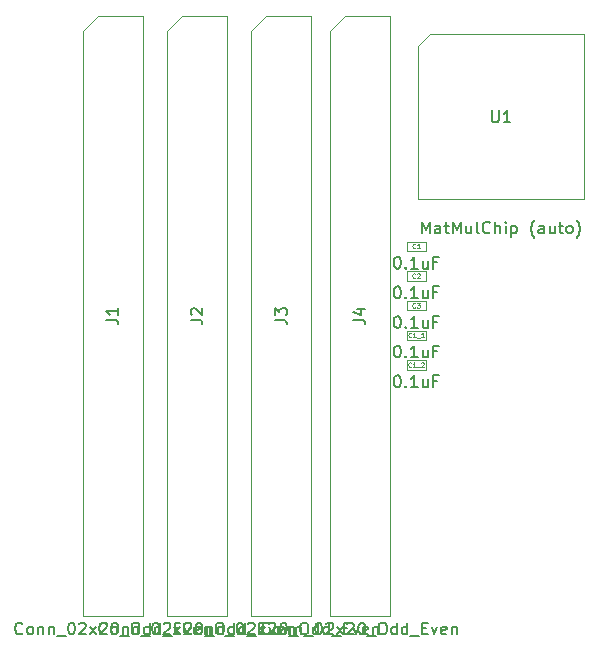
<source format=gbr>
%TF.GenerationSoftware,KiCad,Pcbnew,9.0.3*%
%TF.CreationDate,2025-08-17T12:54:53+10:00*%
%TF.ProjectId,auto,6175746f-2e6b-4696-9361-645f70636258,rev?*%
%TF.SameCoordinates,Original*%
%TF.FileFunction,AssemblyDrawing,Top*%
%FSLAX46Y46*%
G04 Gerber Fmt 4.6, Leading zero omitted, Abs format (unit mm)*
G04 Created by KiCad (PCBNEW 9.0.3) date 2025-08-17 12:54:53*
%MOMM*%
%LPD*%
G01*
G04 APERTURE LIST*
%ADD10C,0.150000*%
%ADD11C,0.060000*%
%ADD12C,0.100000*%
G04 APERTURE END LIST*
D10*
X132087141Y-97239580D02*
X132039522Y-97287200D01*
X132039522Y-97287200D02*
X131896665Y-97334819D01*
X131896665Y-97334819D02*
X131801427Y-97334819D01*
X131801427Y-97334819D02*
X131658570Y-97287200D01*
X131658570Y-97287200D02*
X131563332Y-97191961D01*
X131563332Y-97191961D02*
X131515713Y-97096723D01*
X131515713Y-97096723D02*
X131468094Y-96906247D01*
X131468094Y-96906247D02*
X131468094Y-96763390D01*
X131468094Y-96763390D02*
X131515713Y-96572914D01*
X131515713Y-96572914D02*
X131563332Y-96477676D01*
X131563332Y-96477676D02*
X131658570Y-96382438D01*
X131658570Y-96382438D02*
X131801427Y-96334819D01*
X131801427Y-96334819D02*
X131896665Y-96334819D01*
X131896665Y-96334819D02*
X132039522Y-96382438D01*
X132039522Y-96382438D02*
X132087141Y-96430057D01*
X132658570Y-97334819D02*
X132563332Y-97287200D01*
X132563332Y-97287200D02*
X132515713Y-97239580D01*
X132515713Y-97239580D02*
X132468094Y-97144342D01*
X132468094Y-97144342D02*
X132468094Y-96858628D01*
X132468094Y-96858628D02*
X132515713Y-96763390D01*
X132515713Y-96763390D02*
X132563332Y-96715771D01*
X132563332Y-96715771D02*
X132658570Y-96668152D01*
X132658570Y-96668152D02*
X132801427Y-96668152D01*
X132801427Y-96668152D02*
X132896665Y-96715771D01*
X132896665Y-96715771D02*
X132944284Y-96763390D01*
X132944284Y-96763390D02*
X132991903Y-96858628D01*
X132991903Y-96858628D02*
X132991903Y-97144342D01*
X132991903Y-97144342D02*
X132944284Y-97239580D01*
X132944284Y-97239580D02*
X132896665Y-97287200D01*
X132896665Y-97287200D02*
X132801427Y-97334819D01*
X132801427Y-97334819D02*
X132658570Y-97334819D01*
X133420475Y-96668152D02*
X133420475Y-97334819D01*
X133420475Y-96763390D02*
X133468094Y-96715771D01*
X133468094Y-96715771D02*
X133563332Y-96668152D01*
X133563332Y-96668152D02*
X133706189Y-96668152D01*
X133706189Y-96668152D02*
X133801427Y-96715771D01*
X133801427Y-96715771D02*
X133849046Y-96811009D01*
X133849046Y-96811009D02*
X133849046Y-97334819D01*
X134325237Y-96668152D02*
X134325237Y-97334819D01*
X134325237Y-96763390D02*
X134372856Y-96715771D01*
X134372856Y-96715771D02*
X134468094Y-96668152D01*
X134468094Y-96668152D02*
X134610951Y-96668152D01*
X134610951Y-96668152D02*
X134706189Y-96715771D01*
X134706189Y-96715771D02*
X134753808Y-96811009D01*
X134753808Y-96811009D02*
X134753808Y-97334819D01*
X134991904Y-97430057D02*
X135753808Y-97430057D01*
X136182380Y-96334819D02*
X136277618Y-96334819D01*
X136277618Y-96334819D02*
X136372856Y-96382438D01*
X136372856Y-96382438D02*
X136420475Y-96430057D01*
X136420475Y-96430057D02*
X136468094Y-96525295D01*
X136468094Y-96525295D02*
X136515713Y-96715771D01*
X136515713Y-96715771D02*
X136515713Y-96953866D01*
X136515713Y-96953866D02*
X136468094Y-97144342D01*
X136468094Y-97144342D02*
X136420475Y-97239580D01*
X136420475Y-97239580D02*
X136372856Y-97287200D01*
X136372856Y-97287200D02*
X136277618Y-97334819D01*
X136277618Y-97334819D02*
X136182380Y-97334819D01*
X136182380Y-97334819D02*
X136087142Y-97287200D01*
X136087142Y-97287200D02*
X136039523Y-97239580D01*
X136039523Y-97239580D02*
X135991904Y-97144342D01*
X135991904Y-97144342D02*
X135944285Y-96953866D01*
X135944285Y-96953866D02*
X135944285Y-96715771D01*
X135944285Y-96715771D02*
X135991904Y-96525295D01*
X135991904Y-96525295D02*
X136039523Y-96430057D01*
X136039523Y-96430057D02*
X136087142Y-96382438D01*
X136087142Y-96382438D02*
X136182380Y-96334819D01*
X136896666Y-96430057D02*
X136944285Y-96382438D01*
X136944285Y-96382438D02*
X137039523Y-96334819D01*
X137039523Y-96334819D02*
X137277618Y-96334819D01*
X137277618Y-96334819D02*
X137372856Y-96382438D01*
X137372856Y-96382438D02*
X137420475Y-96430057D01*
X137420475Y-96430057D02*
X137468094Y-96525295D01*
X137468094Y-96525295D02*
X137468094Y-96620533D01*
X137468094Y-96620533D02*
X137420475Y-96763390D01*
X137420475Y-96763390D02*
X136849047Y-97334819D01*
X136849047Y-97334819D02*
X137468094Y-97334819D01*
X137801428Y-97334819D02*
X138325237Y-96668152D01*
X137801428Y-96668152D02*
X138325237Y-97334819D01*
X138658571Y-96430057D02*
X138706190Y-96382438D01*
X138706190Y-96382438D02*
X138801428Y-96334819D01*
X138801428Y-96334819D02*
X139039523Y-96334819D01*
X139039523Y-96334819D02*
X139134761Y-96382438D01*
X139134761Y-96382438D02*
X139182380Y-96430057D01*
X139182380Y-96430057D02*
X139229999Y-96525295D01*
X139229999Y-96525295D02*
X139229999Y-96620533D01*
X139229999Y-96620533D02*
X139182380Y-96763390D01*
X139182380Y-96763390D02*
X138610952Y-97334819D01*
X138610952Y-97334819D02*
X139229999Y-97334819D01*
X139849047Y-96334819D02*
X139944285Y-96334819D01*
X139944285Y-96334819D02*
X140039523Y-96382438D01*
X140039523Y-96382438D02*
X140087142Y-96430057D01*
X140087142Y-96430057D02*
X140134761Y-96525295D01*
X140134761Y-96525295D02*
X140182380Y-96715771D01*
X140182380Y-96715771D02*
X140182380Y-96953866D01*
X140182380Y-96953866D02*
X140134761Y-97144342D01*
X140134761Y-97144342D02*
X140087142Y-97239580D01*
X140087142Y-97239580D02*
X140039523Y-97287200D01*
X140039523Y-97287200D02*
X139944285Y-97334819D01*
X139944285Y-97334819D02*
X139849047Y-97334819D01*
X139849047Y-97334819D02*
X139753809Y-97287200D01*
X139753809Y-97287200D02*
X139706190Y-97239580D01*
X139706190Y-97239580D02*
X139658571Y-97144342D01*
X139658571Y-97144342D02*
X139610952Y-96953866D01*
X139610952Y-96953866D02*
X139610952Y-96715771D01*
X139610952Y-96715771D02*
X139658571Y-96525295D01*
X139658571Y-96525295D02*
X139706190Y-96430057D01*
X139706190Y-96430057D02*
X139753809Y-96382438D01*
X139753809Y-96382438D02*
X139849047Y-96334819D01*
X140372857Y-97430057D02*
X141134761Y-97430057D01*
X141563333Y-96334819D02*
X141753809Y-96334819D01*
X141753809Y-96334819D02*
X141849047Y-96382438D01*
X141849047Y-96382438D02*
X141944285Y-96477676D01*
X141944285Y-96477676D02*
X141991904Y-96668152D01*
X141991904Y-96668152D02*
X141991904Y-97001485D01*
X141991904Y-97001485D02*
X141944285Y-97191961D01*
X141944285Y-97191961D02*
X141849047Y-97287200D01*
X141849047Y-97287200D02*
X141753809Y-97334819D01*
X141753809Y-97334819D02*
X141563333Y-97334819D01*
X141563333Y-97334819D02*
X141468095Y-97287200D01*
X141468095Y-97287200D02*
X141372857Y-97191961D01*
X141372857Y-97191961D02*
X141325238Y-97001485D01*
X141325238Y-97001485D02*
X141325238Y-96668152D01*
X141325238Y-96668152D02*
X141372857Y-96477676D01*
X141372857Y-96477676D02*
X141468095Y-96382438D01*
X141468095Y-96382438D02*
X141563333Y-96334819D01*
X142849047Y-97334819D02*
X142849047Y-96334819D01*
X142849047Y-97287200D02*
X142753809Y-97334819D01*
X142753809Y-97334819D02*
X142563333Y-97334819D01*
X142563333Y-97334819D02*
X142468095Y-97287200D01*
X142468095Y-97287200D02*
X142420476Y-97239580D01*
X142420476Y-97239580D02*
X142372857Y-97144342D01*
X142372857Y-97144342D02*
X142372857Y-96858628D01*
X142372857Y-96858628D02*
X142420476Y-96763390D01*
X142420476Y-96763390D02*
X142468095Y-96715771D01*
X142468095Y-96715771D02*
X142563333Y-96668152D01*
X142563333Y-96668152D02*
X142753809Y-96668152D01*
X142753809Y-96668152D02*
X142849047Y-96715771D01*
X143753809Y-97334819D02*
X143753809Y-96334819D01*
X143753809Y-97287200D02*
X143658571Y-97334819D01*
X143658571Y-97334819D02*
X143468095Y-97334819D01*
X143468095Y-97334819D02*
X143372857Y-97287200D01*
X143372857Y-97287200D02*
X143325238Y-97239580D01*
X143325238Y-97239580D02*
X143277619Y-97144342D01*
X143277619Y-97144342D02*
X143277619Y-96858628D01*
X143277619Y-96858628D02*
X143325238Y-96763390D01*
X143325238Y-96763390D02*
X143372857Y-96715771D01*
X143372857Y-96715771D02*
X143468095Y-96668152D01*
X143468095Y-96668152D02*
X143658571Y-96668152D01*
X143658571Y-96668152D02*
X143753809Y-96715771D01*
X143991905Y-97430057D02*
X144753809Y-97430057D01*
X144991905Y-96811009D02*
X145325238Y-96811009D01*
X145468095Y-97334819D02*
X144991905Y-97334819D01*
X144991905Y-97334819D02*
X144991905Y-96334819D01*
X144991905Y-96334819D02*
X145468095Y-96334819D01*
X145801429Y-96668152D02*
X146039524Y-97334819D01*
X146039524Y-97334819D02*
X146277619Y-96668152D01*
X147039524Y-97287200D02*
X146944286Y-97334819D01*
X146944286Y-97334819D02*
X146753810Y-97334819D01*
X146753810Y-97334819D02*
X146658572Y-97287200D01*
X146658572Y-97287200D02*
X146610953Y-97191961D01*
X146610953Y-97191961D02*
X146610953Y-96811009D01*
X146610953Y-96811009D02*
X146658572Y-96715771D01*
X146658572Y-96715771D02*
X146753810Y-96668152D01*
X146753810Y-96668152D02*
X146944286Y-96668152D01*
X146944286Y-96668152D02*
X147039524Y-96715771D01*
X147039524Y-96715771D02*
X147087143Y-96811009D01*
X147087143Y-96811009D02*
X147087143Y-96906247D01*
X147087143Y-96906247D02*
X146610953Y-97001485D01*
X147515715Y-96668152D02*
X147515715Y-97334819D01*
X147515715Y-96763390D02*
X147563334Y-96715771D01*
X147563334Y-96715771D02*
X147658572Y-96668152D01*
X147658572Y-96668152D02*
X147801429Y-96668152D01*
X147801429Y-96668152D02*
X147896667Y-96715771D01*
X147896667Y-96715771D02*
X147944286Y-96811009D01*
X147944286Y-96811009D02*
X147944286Y-97334819D01*
X139184819Y-70703333D02*
X139899104Y-70703333D01*
X139899104Y-70703333D02*
X140041961Y-70750952D01*
X140041961Y-70750952D02*
X140137200Y-70846190D01*
X140137200Y-70846190D02*
X140184819Y-70989047D01*
X140184819Y-70989047D02*
X140184819Y-71084285D01*
X139518152Y-69798571D02*
X140184819Y-69798571D01*
X139137200Y-70036666D02*
X139851485Y-70274761D01*
X139851485Y-70274761D02*
X139851485Y-69655714D01*
X111167141Y-97239580D02*
X111119522Y-97287200D01*
X111119522Y-97287200D02*
X110976665Y-97334819D01*
X110976665Y-97334819D02*
X110881427Y-97334819D01*
X110881427Y-97334819D02*
X110738570Y-97287200D01*
X110738570Y-97287200D02*
X110643332Y-97191961D01*
X110643332Y-97191961D02*
X110595713Y-97096723D01*
X110595713Y-97096723D02*
X110548094Y-96906247D01*
X110548094Y-96906247D02*
X110548094Y-96763390D01*
X110548094Y-96763390D02*
X110595713Y-96572914D01*
X110595713Y-96572914D02*
X110643332Y-96477676D01*
X110643332Y-96477676D02*
X110738570Y-96382438D01*
X110738570Y-96382438D02*
X110881427Y-96334819D01*
X110881427Y-96334819D02*
X110976665Y-96334819D01*
X110976665Y-96334819D02*
X111119522Y-96382438D01*
X111119522Y-96382438D02*
X111167141Y-96430057D01*
X111738570Y-97334819D02*
X111643332Y-97287200D01*
X111643332Y-97287200D02*
X111595713Y-97239580D01*
X111595713Y-97239580D02*
X111548094Y-97144342D01*
X111548094Y-97144342D02*
X111548094Y-96858628D01*
X111548094Y-96858628D02*
X111595713Y-96763390D01*
X111595713Y-96763390D02*
X111643332Y-96715771D01*
X111643332Y-96715771D02*
X111738570Y-96668152D01*
X111738570Y-96668152D02*
X111881427Y-96668152D01*
X111881427Y-96668152D02*
X111976665Y-96715771D01*
X111976665Y-96715771D02*
X112024284Y-96763390D01*
X112024284Y-96763390D02*
X112071903Y-96858628D01*
X112071903Y-96858628D02*
X112071903Y-97144342D01*
X112071903Y-97144342D02*
X112024284Y-97239580D01*
X112024284Y-97239580D02*
X111976665Y-97287200D01*
X111976665Y-97287200D02*
X111881427Y-97334819D01*
X111881427Y-97334819D02*
X111738570Y-97334819D01*
X112500475Y-96668152D02*
X112500475Y-97334819D01*
X112500475Y-96763390D02*
X112548094Y-96715771D01*
X112548094Y-96715771D02*
X112643332Y-96668152D01*
X112643332Y-96668152D02*
X112786189Y-96668152D01*
X112786189Y-96668152D02*
X112881427Y-96715771D01*
X112881427Y-96715771D02*
X112929046Y-96811009D01*
X112929046Y-96811009D02*
X112929046Y-97334819D01*
X113405237Y-96668152D02*
X113405237Y-97334819D01*
X113405237Y-96763390D02*
X113452856Y-96715771D01*
X113452856Y-96715771D02*
X113548094Y-96668152D01*
X113548094Y-96668152D02*
X113690951Y-96668152D01*
X113690951Y-96668152D02*
X113786189Y-96715771D01*
X113786189Y-96715771D02*
X113833808Y-96811009D01*
X113833808Y-96811009D02*
X113833808Y-97334819D01*
X114071904Y-97430057D02*
X114833808Y-97430057D01*
X115262380Y-96334819D02*
X115357618Y-96334819D01*
X115357618Y-96334819D02*
X115452856Y-96382438D01*
X115452856Y-96382438D02*
X115500475Y-96430057D01*
X115500475Y-96430057D02*
X115548094Y-96525295D01*
X115548094Y-96525295D02*
X115595713Y-96715771D01*
X115595713Y-96715771D02*
X115595713Y-96953866D01*
X115595713Y-96953866D02*
X115548094Y-97144342D01*
X115548094Y-97144342D02*
X115500475Y-97239580D01*
X115500475Y-97239580D02*
X115452856Y-97287200D01*
X115452856Y-97287200D02*
X115357618Y-97334819D01*
X115357618Y-97334819D02*
X115262380Y-97334819D01*
X115262380Y-97334819D02*
X115167142Y-97287200D01*
X115167142Y-97287200D02*
X115119523Y-97239580D01*
X115119523Y-97239580D02*
X115071904Y-97144342D01*
X115071904Y-97144342D02*
X115024285Y-96953866D01*
X115024285Y-96953866D02*
X115024285Y-96715771D01*
X115024285Y-96715771D02*
X115071904Y-96525295D01*
X115071904Y-96525295D02*
X115119523Y-96430057D01*
X115119523Y-96430057D02*
X115167142Y-96382438D01*
X115167142Y-96382438D02*
X115262380Y-96334819D01*
X115976666Y-96430057D02*
X116024285Y-96382438D01*
X116024285Y-96382438D02*
X116119523Y-96334819D01*
X116119523Y-96334819D02*
X116357618Y-96334819D01*
X116357618Y-96334819D02*
X116452856Y-96382438D01*
X116452856Y-96382438D02*
X116500475Y-96430057D01*
X116500475Y-96430057D02*
X116548094Y-96525295D01*
X116548094Y-96525295D02*
X116548094Y-96620533D01*
X116548094Y-96620533D02*
X116500475Y-96763390D01*
X116500475Y-96763390D02*
X115929047Y-97334819D01*
X115929047Y-97334819D02*
X116548094Y-97334819D01*
X116881428Y-97334819D02*
X117405237Y-96668152D01*
X116881428Y-96668152D02*
X117405237Y-97334819D01*
X117738571Y-96430057D02*
X117786190Y-96382438D01*
X117786190Y-96382438D02*
X117881428Y-96334819D01*
X117881428Y-96334819D02*
X118119523Y-96334819D01*
X118119523Y-96334819D02*
X118214761Y-96382438D01*
X118214761Y-96382438D02*
X118262380Y-96430057D01*
X118262380Y-96430057D02*
X118309999Y-96525295D01*
X118309999Y-96525295D02*
X118309999Y-96620533D01*
X118309999Y-96620533D02*
X118262380Y-96763390D01*
X118262380Y-96763390D02*
X117690952Y-97334819D01*
X117690952Y-97334819D02*
X118309999Y-97334819D01*
X118929047Y-96334819D02*
X119024285Y-96334819D01*
X119024285Y-96334819D02*
X119119523Y-96382438D01*
X119119523Y-96382438D02*
X119167142Y-96430057D01*
X119167142Y-96430057D02*
X119214761Y-96525295D01*
X119214761Y-96525295D02*
X119262380Y-96715771D01*
X119262380Y-96715771D02*
X119262380Y-96953866D01*
X119262380Y-96953866D02*
X119214761Y-97144342D01*
X119214761Y-97144342D02*
X119167142Y-97239580D01*
X119167142Y-97239580D02*
X119119523Y-97287200D01*
X119119523Y-97287200D02*
X119024285Y-97334819D01*
X119024285Y-97334819D02*
X118929047Y-97334819D01*
X118929047Y-97334819D02*
X118833809Y-97287200D01*
X118833809Y-97287200D02*
X118786190Y-97239580D01*
X118786190Y-97239580D02*
X118738571Y-97144342D01*
X118738571Y-97144342D02*
X118690952Y-96953866D01*
X118690952Y-96953866D02*
X118690952Y-96715771D01*
X118690952Y-96715771D02*
X118738571Y-96525295D01*
X118738571Y-96525295D02*
X118786190Y-96430057D01*
X118786190Y-96430057D02*
X118833809Y-96382438D01*
X118833809Y-96382438D02*
X118929047Y-96334819D01*
X119452857Y-97430057D02*
X120214761Y-97430057D01*
X120643333Y-96334819D02*
X120833809Y-96334819D01*
X120833809Y-96334819D02*
X120929047Y-96382438D01*
X120929047Y-96382438D02*
X121024285Y-96477676D01*
X121024285Y-96477676D02*
X121071904Y-96668152D01*
X121071904Y-96668152D02*
X121071904Y-97001485D01*
X121071904Y-97001485D02*
X121024285Y-97191961D01*
X121024285Y-97191961D02*
X120929047Y-97287200D01*
X120929047Y-97287200D02*
X120833809Y-97334819D01*
X120833809Y-97334819D02*
X120643333Y-97334819D01*
X120643333Y-97334819D02*
X120548095Y-97287200D01*
X120548095Y-97287200D02*
X120452857Y-97191961D01*
X120452857Y-97191961D02*
X120405238Y-97001485D01*
X120405238Y-97001485D02*
X120405238Y-96668152D01*
X120405238Y-96668152D02*
X120452857Y-96477676D01*
X120452857Y-96477676D02*
X120548095Y-96382438D01*
X120548095Y-96382438D02*
X120643333Y-96334819D01*
X121929047Y-97334819D02*
X121929047Y-96334819D01*
X121929047Y-97287200D02*
X121833809Y-97334819D01*
X121833809Y-97334819D02*
X121643333Y-97334819D01*
X121643333Y-97334819D02*
X121548095Y-97287200D01*
X121548095Y-97287200D02*
X121500476Y-97239580D01*
X121500476Y-97239580D02*
X121452857Y-97144342D01*
X121452857Y-97144342D02*
X121452857Y-96858628D01*
X121452857Y-96858628D02*
X121500476Y-96763390D01*
X121500476Y-96763390D02*
X121548095Y-96715771D01*
X121548095Y-96715771D02*
X121643333Y-96668152D01*
X121643333Y-96668152D02*
X121833809Y-96668152D01*
X121833809Y-96668152D02*
X121929047Y-96715771D01*
X122833809Y-97334819D02*
X122833809Y-96334819D01*
X122833809Y-97287200D02*
X122738571Y-97334819D01*
X122738571Y-97334819D02*
X122548095Y-97334819D01*
X122548095Y-97334819D02*
X122452857Y-97287200D01*
X122452857Y-97287200D02*
X122405238Y-97239580D01*
X122405238Y-97239580D02*
X122357619Y-97144342D01*
X122357619Y-97144342D02*
X122357619Y-96858628D01*
X122357619Y-96858628D02*
X122405238Y-96763390D01*
X122405238Y-96763390D02*
X122452857Y-96715771D01*
X122452857Y-96715771D02*
X122548095Y-96668152D01*
X122548095Y-96668152D02*
X122738571Y-96668152D01*
X122738571Y-96668152D02*
X122833809Y-96715771D01*
X123071905Y-97430057D02*
X123833809Y-97430057D01*
X124071905Y-96811009D02*
X124405238Y-96811009D01*
X124548095Y-97334819D02*
X124071905Y-97334819D01*
X124071905Y-97334819D02*
X124071905Y-96334819D01*
X124071905Y-96334819D02*
X124548095Y-96334819D01*
X124881429Y-96668152D02*
X125119524Y-97334819D01*
X125119524Y-97334819D02*
X125357619Y-96668152D01*
X126119524Y-97287200D02*
X126024286Y-97334819D01*
X126024286Y-97334819D02*
X125833810Y-97334819D01*
X125833810Y-97334819D02*
X125738572Y-97287200D01*
X125738572Y-97287200D02*
X125690953Y-97191961D01*
X125690953Y-97191961D02*
X125690953Y-96811009D01*
X125690953Y-96811009D02*
X125738572Y-96715771D01*
X125738572Y-96715771D02*
X125833810Y-96668152D01*
X125833810Y-96668152D02*
X126024286Y-96668152D01*
X126024286Y-96668152D02*
X126119524Y-96715771D01*
X126119524Y-96715771D02*
X126167143Y-96811009D01*
X126167143Y-96811009D02*
X126167143Y-96906247D01*
X126167143Y-96906247D02*
X125690953Y-97001485D01*
X126595715Y-96668152D02*
X126595715Y-97334819D01*
X126595715Y-96763390D02*
X126643334Y-96715771D01*
X126643334Y-96715771D02*
X126738572Y-96668152D01*
X126738572Y-96668152D02*
X126881429Y-96668152D01*
X126881429Y-96668152D02*
X126976667Y-96715771D01*
X126976667Y-96715771D02*
X127024286Y-96811009D01*
X127024286Y-96811009D02*
X127024286Y-97334819D01*
X118264819Y-70703333D02*
X118979104Y-70703333D01*
X118979104Y-70703333D02*
X119121961Y-70750952D01*
X119121961Y-70750952D02*
X119217200Y-70846190D01*
X119217200Y-70846190D02*
X119264819Y-70989047D01*
X119264819Y-70989047D02*
X119264819Y-71084285D01*
X119264819Y-69703333D02*
X119264819Y-70274761D01*
X119264819Y-69989047D02*
X118264819Y-69989047D01*
X118264819Y-69989047D02*
X118407676Y-70084285D01*
X118407676Y-70084285D02*
X118502914Y-70179523D01*
X118502914Y-70179523D02*
X118550533Y-70274761D01*
X142857143Y-67864819D02*
X142952381Y-67864819D01*
X142952381Y-67864819D02*
X143047619Y-67912438D01*
X143047619Y-67912438D02*
X143095238Y-67960057D01*
X143095238Y-67960057D02*
X143142857Y-68055295D01*
X143142857Y-68055295D02*
X143190476Y-68245771D01*
X143190476Y-68245771D02*
X143190476Y-68483866D01*
X143190476Y-68483866D02*
X143142857Y-68674342D01*
X143142857Y-68674342D02*
X143095238Y-68769580D01*
X143095238Y-68769580D02*
X143047619Y-68817200D01*
X143047619Y-68817200D02*
X142952381Y-68864819D01*
X142952381Y-68864819D02*
X142857143Y-68864819D01*
X142857143Y-68864819D02*
X142761905Y-68817200D01*
X142761905Y-68817200D02*
X142714286Y-68769580D01*
X142714286Y-68769580D02*
X142666667Y-68674342D01*
X142666667Y-68674342D02*
X142619048Y-68483866D01*
X142619048Y-68483866D02*
X142619048Y-68245771D01*
X142619048Y-68245771D02*
X142666667Y-68055295D01*
X142666667Y-68055295D02*
X142714286Y-67960057D01*
X142714286Y-67960057D02*
X142761905Y-67912438D01*
X142761905Y-67912438D02*
X142857143Y-67864819D01*
X143619048Y-68769580D02*
X143666667Y-68817200D01*
X143666667Y-68817200D02*
X143619048Y-68864819D01*
X143619048Y-68864819D02*
X143571429Y-68817200D01*
X143571429Y-68817200D02*
X143619048Y-68769580D01*
X143619048Y-68769580D02*
X143619048Y-68864819D01*
X144619047Y-68864819D02*
X144047619Y-68864819D01*
X144333333Y-68864819D02*
X144333333Y-67864819D01*
X144333333Y-67864819D02*
X144238095Y-68007676D01*
X144238095Y-68007676D02*
X144142857Y-68102914D01*
X144142857Y-68102914D02*
X144047619Y-68150533D01*
X145476190Y-68198152D02*
X145476190Y-68864819D01*
X145047619Y-68198152D02*
X145047619Y-68721961D01*
X145047619Y-68721961D02*
X145095238Y-68817200D01*
X145095238Y-68817200D02*
X145190476Y-68864819D01*
X145190476Y-68864819D02*
X145333333Y-68864819D01*
X145333333Y-68864819D02*
X145428571Y-68817200D01*
X145428571Y-68817200D02*
X145476190Y-68769580D01*
X146285714Y-68341009D02*
X145952381Y-68341009D01*
X145952381Y-68864819D02*
X145952381Y-67864819D01*
X145952381Y-67864819D02*
X146428571Y-67864819D01*
D11*
X144433333Y-67123832D02*
X144414285Y-67142880D01*
X144414285Y-67142880D02*
X144357143Y-67161927D01*
X144357143Y-67161927D02*
X144319047Y-67161927D01*
X144319047Y-67161927D02*
X144261904Y-67142880D01*
X144261904Y-67142880D02*
X144223809Y-67104784D01*
X144223809Y-67104784D02*
X144204762Y-67066689D01*
X144204762Y-67066689D02*
X144185714Y-66990499D01*
X144185714Y-66990499D02*
X144185714Y-66933356D01*
X144185714Y-66933356D02*
X144204762Y-66857165D01*
X144204762Y-66857165D02*
X144223809Y-66819070D01*
X144223809Y-66819070D02*
X144261904Y-66780975D01*
X144261904Y-66780975D02*
X144319047Y-66761927D01*
X144319047Y-66761927D02*
X144357143Y-66761927D01*
X144357143Y-66761927D02*
X144414285Y-66780975D01*
X144414285Y-66780975D02*
X144433333Y-66800022D01*
X144585714Y-66800022D02*
X144604762Y-66780975D01*
X144604762Y-66780975D02*
X144642857Y-66761927D01*
X144642857Y-66761927D02*
X144738095Y-66761927D01*
X144738095Y-66761927D02*
X144776190Y-66780975D01*
X144776190Y-66780975D02*
X144795238Y-66800022D01*
X144795238Y-66800022D02*
X144814285Y-66838118D01*
X144814285Y-66838118D02*
X144814285Y-66876213D01*
X144814285Y-66876213D02*
X144795238Y-66933356D01*
X144795238Y-66933356D02*
X144566666Y-67161927D01*
X144566666Y-67161927D02*
X144814285Y-67161927D01*
D10*
X142857143Y-65354819D02*
X142952381Y-65354819D01*
X142952381Y-65354819D02*
X143047619Y-65402438D01*
X143047619Y-65402438D02*
X143095238Y-65450057D01*
X143095238Y-65450057D02*
X143142857Y-65545295D01*
X143142857Y-65545295D02*
X143190476Y-65735771D01*
X143190476Y-65735771D02*
X143190476Y-65973866D01*
X143190476Y-65973866D02*
X143142857Y-66164342D01*
X143142857Y-66164342D02*
X143095238Y-66259580D01*
X143095238Y-66259580D02*
X143047619Y-66307200D01*
X143047619Y-66307200D02*
X142952381Y-66354819D01*
X142952381Y-66354819D02*
X142857143Y-66354819D01*
X142857143Y-66354819D02*
X142761905Y-66307200D01*
X142761905Y-66307200D02*
X142714286Y-66259580D01*
X142714286Y-66259580D02*
X142666667Y-66164342D01*
X142666667Y-66164342D02*
X142619048Y-65973866D01*
X142619048Y-65973866D02*
X142619048Y-65735771D01*
X142619048Y-65735771D02*
X142666667Y-65545295D01*
X142666667Y-65545295D02*
X142714286Y-65450057D01*
X142714286Y-65450057D02*
X142761905Y-65402438D01*
X142761905Y-65402438D02*
X142857143Y-65354819D01*
X143619048Y-66259580D02*
X143666667Y-66307200D01*
X143666667Y-66307200D02*
X143619048Y-66354819D01*
X143619048Y-66354819D02*
X143571429Y-66307200D01*
X143571429Y-66307200D02*
X143619048Y-66259580D01*
X143619048Y-66259580D02*
X143619048Y-66354819D01*
X144619047Y-66354819D02*
X144047619Y-66354819D01*
X144333333Y-66354819D02*
X144333333Y-65354819D01*
X144333333Y-65354819D02*
X144238095Y-65497676D01*
X144238095Y-65497676D02*
X144142857Y-65592914D01*
X144142857Y-65592914D02*
X144047619Y-65640533D01*
X145476190Y-65688152D02*
X145476190Y-66354819D01*
X145047619Y-65688152D02*
X145047619Y-66211961D01*
X145047619Y-66211961D02*
X145095238Y-66307200D01*
X145095238Y-66307200D02*
X145190476Y-66354819D01*
X145190476Y-66354819D02*
X145333333Y-66354819D01*
X145333333Y-66354819D02*
X145428571Y-66307200D01*
X145428571Y-66307200D02*
X145476190Y-66259580D01*
X146285714Y-65831009D02*
X145952381Y-65831009D01*
X145952381Y-66354819D02*
X145952381Y-65354819D01*
X145952381Y-65354819D02*
X146428571Y-65354819D01*
D11*
X144433333Y-64613832D02*
X144414285Y-64632880D01*
X144414285Y-64632880D02*
X144357143Y-64651927D01*
X144357143Y-64651927D02*
X144319047Y-64651927D01*
X144319047Y-64651927D02*
X144261904Y-64632880D01*
X144261904Y-64632880D02*
X144223809Y-64594784D01*
X144223809Y-64594784D02*
X144204762Y-64556689D01*
X144204762Y-64556689D02*
X144185714Y-64480499D01*
X144185714Y-64480499D02*
X144185714Y-64423356D01*
X144185714Y-64423356D02*
X144204762Y-64347165D01*
X144204762Y-64347165D02*
X144223809Y-64309070D01*
X144223809Y-64309070D02*
X144261904Y-64270975D01*
X144261904Y-64270975D02*
X144319047Y-64251927D01*
X144319047Y-64251927D02*
X144357143Y-64251927D01*
X144357143Y-64251927D02*
X144414285Y-64270975D01*
X144414285Y-64270975D02*
X144433333Y-64290022D01*
X144814285Y-64651927D02*
X144585714Y-64651927D01*
X144700000Y-64651927D02*
X144700000Y-64251927D01*
X144700000Y-64251927D02*
X144661904Y-64309070D01*
X144661904Y-64309070D02*
X144623809Y-64347165D01*
X144623809Y-64347165D02*
X144585714Y-64366213D01*
D10*
X142857143Y-70374819D02*
X142952381Y-70374819D01*
X142952381Y-70374819D02*
X143047619Y-70422438D01*
X143047619Y-70422438D02*
X143095238Y-70470057D01*
X143095238Y-70470057D02*
X143142857Y-70565295D01*
X143142857Y-70565295D02*
X143190476Y-70755771D01*
X143190476Y-70755771D02*
X143190476Y-70993866D01*
X143190476Y-70993866D02*
X143142857Y-71184342D01*
X143142857Y-71184342D02*
X143095238Y-71279580D01*
X143095238Y-71279580D02*
X143047619Y-71327200D01*
X143047619Y-71327200D02*
X142952381Y-71374819D01*
X142952381Y-71374819D02*
X142857143Y-71374819D01*
X142857143Y-71374819D02*
X142761905Y-71327200D01*
X142761905Y-71327200D02*
X142714286Y-71279580D01*
X142714286Y-71279580D02*
X142666667Y-71184342D01*
X142666667Y-71184342D02*
X142619048Y-70993866D01*
X142619048Y-70993866D02*
X142619048Y-70755771D01*
X142619048Y-70755771D02*
X142666667Y-70565295D01*
X142666667Y-70565295D02*
X142714286Y-70470057D01*
X142714286Y-70470057D02*
X142761905Y-70422438D01*
X142761905Y-70422438D02*
X142857143Y-70374819D01*
X143619048Y-71279580D02*
X143666667Y-71327200D01*
X143666667Y-71327200D02*
X143619048Y-71374819D01*
X143619048Y-71374819D02*
X143571429Y-71327200D01*
X143571429Y-71327200D02*
X143619048Y-71279580D01*
X143619048Y-71279580D02*
X143619048Y-71374819D01*
X144619047Y-71374819D02*
X144047619Y-71374819D01*
X144333333Y-71374819D02*
X144333333Y-70374819D01*
X144333333Y-70374819D02*
X144238095Y-70517676D01*
X144238095Y-70517676D02*
X144142857Y-70612914D01*
X144142857Y-70612914D02*
X144047619Y-70660533D01*
X145476190Y-70708152D02*
X145476190Y-71374819D01*
X145047619Y-70708152D02*
X145047619Y-71231961D01*
X145047619Y-71231961D02*
X145095238Y-71327200D01*
X145095238Y-71327200D02*
X145190476Y-71374819D01*
X145190476Y-71374819D02*
X145333333Y-71374819D01*
X145333333Y-71374819D02*
X145428571Y-71327200D01*
X145428571Y-71327200D02*
X145476190Y-71279580D01*
X146285714Y-70851009D02*
X145952381Y-70851009D01*
X145952381Y-71374819D02*
X145952381Y-70374819D01*
X145952381Y-70374819D02*
X146428571Y-70374819D01*
D11*
X144433333Y-69633832D02*
X144414285Y-69652880D01*
X144414285Y-69652880D02*
X144357143Y-69671927D01*
X144357143Y-69671927D02*
X144319047Y-69671927D01*
X144319047Y-69671927D02*
X144261904Y-69652880D01*
X144261904Y-69652880D02*
X144223809Y-69614784D01*
X144223809Y-69614784D02*
X144204762Y-69576689D01*
X144204762Y-69576689D02*
X144185714Y-69500499D01*
X144185714Y-69500499D02*
X144185714Y-69443356D01*
X144185714Y-69443356D02*
X144204762Y-69367165D01*
X144204762Y-69367165D02*
X144223809Y-69329070D01*
X144223809Y-69329070D02*
X144261904Y-69290975D01*
X144261904Y-69290975D02*
X144319047Y-69271927D01*
X144319047Y-69271927D02*
X144357143Y-69271927D01*
X144357143Y-69271927D02*
X144414285Y-69290975D01*
X144414285Y-69290975D02*
X144433333Y-69310022D01*
X144566666Y-69271927D02*
X144814285Y-69271927D01*
X144814285Y-69271927D02*
X144680952Y-69424308D01*
X144680952Y-69424308D02*
X144738095Y-69424308D01*
X144738095Y-69424308D02*
X144776190Y-69443356D01*
X144776190Y-69443356D02*
X144795238Y-69462403D01*
X144795238Y-69462403D02*
X144814285Y-69500499D01*
X144814285Y-69500499D02*
X144814285Y-69595737D01*
X144814285Y-69595737D02*
X144795238Y-69633832D01*
X144795238Y-69633832D02*
X144776190Y-69652880D01*
X144776190Y-69652880D02*
X144738095Y-69671927D01*
X144738095Y-69671927D02*
X144623809Y-69671927D01*
X144623809Y-69671927D02*
X144585714Y-69652880D01*
X144585714Y-69652880D02*
X144566666Y-69633832D01*
D10*
X142857143Y-75394819D02*
X142952381Y-75394819D01*
X142952381Y-75394819D02*
X143047619Y-75442438D01*
X143047619Y-75442438D02*
X143095238Y-75490057D01*
X143095238Y-75490057D02*
X143142857Y-75585295D01*
X143142857Y-75585295D02*
X143190476Y-75775771D01*
X143190476Y-75775771D02*
X143190476Y-76013866D01*
X143190476Y-76013866D02*
X143142857Y-76204342D01*
X143142857Y-76204342D02*
X143095238Y-76299580D01*
X143095238Y-76299580D02*
X143047619Y-76347200D01*
X143047619Y-76347200D02*
X142952381Y-76394819D01*
X142952381Y-76394819D02*
X142857143Y-76394819D01*
X142857143Y-76394819D02*
X142761905Y-76347200D01*
X142761905Y-76347200D02*
X142714286Y-76299580D01*
X142714286Y-76299580D02*
X142666667Y-76204342D01*
X142666667Y-76204342D02*
X142619048Y-76013866D01*
X142619048Y-76013866D02*
X142619048Y-75775771D01*
X142619048Y-75775771D02*
X142666667Y-75585295D01*
X142666667Y-75585295D02*
X142714286Y-75490057D01*
X142714286Y-75490057D02*
X142761905Y-75442438D01*
X142761905Y-75442438D02*
X142857143Y-75394819D01*
X143619048Y-76299580D02*
X143666667Y-76347200D01*
X143666667Y-76347200D02*
X143619048Y-76394819D01*
X143619048Y-76394819D02*
X143571429Y-76347200D01*
X143571429Y-76347200D02*
X143619048Y-76299580D01*
X143619048Y-76299580D02*
X143619048Y-76394819D01*
X144619047Y-76394819D02*
X144047619Y-76394819D01*
X144333333Y-76394819D02*
X144333333Y-75394819D01*
X144333333Y-75394819D02*
X144238095Y-75537676D01*
X144238095Y-75537676D02*
X144142857Y-75632914D01*
X144142857Y-75632914D02*
X144047619Y-75680533D01*
X145476190Y-75728152D02*
X145476190Y-76394819D01*
X145047619Y-75728152D02*
X145047619Y-76251961D01*
X145047619Y-76251961D02*
X145095238Y-76347200D01*
X145095238Y-76347200D02*
X145190476Y-76394819D01*
X145190476Y-76394819D02*
X145333333Y-76394819D01*
X145333333Y-76394819D02*
X145428571Y-76347200D01*
X145428571Y-76347200D02*
X145476190Y-76299580D01*
X146285714Y-75871009D02*
X145952381Y-75871009D01*
X145952381Y-76394819D02*
X145952381Y-75394819D01*
X145952381Y-75394819D02*
X146428571Y-75394819D01*
D11*
X144090476Y-74653832D02*
X144071428Y-74672880D01*
X144071428Y-74672880D02*
X144014286Y-74691927D01*
X144014286Y-74691927D02*
X143976190Y-74691927D01*
X143976190Y-74691927D02*
X143919047Y-74672880D01*
X143919047Y-74672880D02*
X143880952Y-74634784D01*
X143880952Y-74634784D02*
X143861905Y-74596689D01*
X143861905Y-74596689D02*
X143842857Y-74520499D01*
X143842857Y-74520499D02*
X143842857Y-74463356D01*
X143842857Y-74463356D02*
X143861905Y-74387165D01*
X143861905Y-74387165D02*
X143880952Y-74349070D01*
X143880952Y-74349070D02*
X143919047Y-74310975D01*
X143919047Y-74310975D02*
X143976190Y-74291927D01*
X143976190Y-74291927D02*
X144014286Y-74291927D01*
X144014286Y-74291927D02*
X144071428Y-74310975D01*
X144071428Y-74310975D02*
X144090476Y-74330022D01*
X144471428Y-74691927D02*
X144242857Y-74691927D01*
X144357143Y-74691927D02*
X144357143Y-74291927D01*
X144357143Y-74291927D02*
X144319047Y-74349070D01*
X144319047Y-74349070D02*
X144280952Y-74387165D01*
X144280952Y-74387165D02*
X144242857Y-74406213D01*
X144547619Y-74730022D02*
X144852380Y-74730022D01*
X144928571Y-74330022D02*
X144947619Y-74310975D01*
X144947619Y-74310975D02*
X144985714Y-74291927D01*
X144985714Y-74291927D02*
X145080952Y-74291927D01*
X145080952Y-74291927D02*
X145119047Y-74310975D01*
X145119047Y-74310975D02*
X145138095Y-74330022D01*
X145138095Y-74330022D02*
X145157142Y-74368118D01*
X145157142Y-74368118D02*
X145157142Y-74406213D01*
X145157142Y-74406213D02*
X145138095Y-74463356D01*
X145138095Y-74463356D02*
X144909523Y-74691927D01*
X144909523Y-74691927D02*
X145157142Y-74691927D01*
D10*
X118307141Y-97239580D02*
X118259522Y-97287200D01*
X118259522Y-97287200D02*
X118116665Y-97334819D01*
X118116665Y-97334819D02*
X118021427Y-97334819D01*
X118021427Y-97334819D02*
X117878570Y-97287200D01*
X117878570Y-97287200D02*
X117783332Y-97191961D01*
X117783332Y-97191961D02*
X117735713Y-97096723D01*
X117735713Y-97096723D02*
X117688094Y-96906247D01*
X117688094Y-96906247D02*
X117688094Y-96763390D01*
X117688094Y-96763390D02*
X117735713Y-96572914D01*
X117735713Y-96572914D02*
X117783332Y-96477676D01*
X117783332Y-96477676D02*
X117878570Y-96382438D01*
X117878570Y-96382438D02*
X118021427Y-96334819D01*
X118021427Y-96334819D02*
X118116665Y-96334819D01*
X118116665Y-96334819D02*
X118259522Y-96382438D01*
X118259522Y-96382438D02*
X118307141Y-96430057D01*
X118878570Y-97334819D02*
X118783332Y-97287200D01*
X118783332Y-97287200D02*
X118735713Y-97239580D01*
X118735713Y-97239580D02*
X118688094Y-97144342D01*
X118688094Y-97144342D02*
X118688094Y-96858628D01*
X118688094Y-96858628D02*
X118735713Y-96763390D01*
X118735713Y-96763390D02*
X118783332Y-96715771D01*
X118783332Y-96715771D02*
X118878570Y-96668152D01*
X118878570Y-96668152D02*
X119021427Y-96668152D01*
X119021427Y-96668152D02*
X119116665Y-96715771D01*
X119116665Y-96715771D02*
X119164284Y-96763390D01*
X119164284Y-96763390D02*
X119211903Y-96858628D01*
X119211903Y-96858628D02*
X119211903Y-97144342D01*
X119211903Y-97144342D02*
X119164284Y-97239580D01*
X119164284Y-97239580D02*
X119116665Y-97287200D01*
X119116665Y-97287200D02*
X119021427Y-97334819D01*
X119021427Y-97334819D02*
X118878570Y-97334819D01*
X119640475Y-96668152D02*
X119640475Y-97334819D01*
X119640475Y-96763390D02*
X119688094Y-96715771D01*
X119688094Y-96715771D02*
X119783332Y-96668152D01*
X119783332Y-96668152D02*
X119926189Y-96668152D01*
X119926189Y-96668152D02*
X120021427Y-96715771D01*
X120021427Y-96715771D02*
X120069046Y-96811009D01*
X120069046Y-96811009D02*
X120069046Y-97334819D01*
X120545237Y-96668152D02*
X120545237Y-97334819D01*
X120545237Y-96763390D02*
X120592856Y-96715771D01*
X120592856Y-96715771D02*
X120688094Y-96668152D01*
X120688094Y-96668152D02*
X120830951Y-96668152D01*
X120830951Y-96668152D02*
X120926189Y-96715771D01*
X120926189Y-96715771D02*
X120973808Y-96811009D01*
X120973808Y-96811009D02*
X120973808Y-97334819D01*
X121211904Y-97430057D02*
X121973808Y-97430057D01*
X122402380Y-96334819D02*
X122497618Y-96334819D01*
X122497618Y-96334819D02*
X122592856Y-96382438D01*
X122592856Y-96382438D02*
X122640475Y-96430057D01*
X122640475Y-96430057D02*
X122688094Y-96525295D01*
X122688094Y-96525295D02*
X122735713Y-96715771D01*
X122735713Y-96715771D02*
X122735713Y-96953866D01*
X122735713Y-96953866D02*
X122688094Y-97144342D01*
X122688094Y-97144342D02*
X122640475Y-97239580D01*
X122640475Y-97239580D02*
X122592856Y-97287200D01*
X122592856Y-97287200D02*
X122497618Y-97334819D01*
X122497618Y-97334819D02*
X122402380Y-97334819D01*
X122402380Y-97334819D02*
X122307142Y-97287200D01*
X122307142Y-97287200D02*
X122259523Y-97239580D01*
X122259523Y-97239580D02*
X122211904Y-97144342D01*
X122211904Y-97144342D02*
X122164285Y-96953866D01*
X122164285Y-96953866D02*
X122164285Y-96715771D01*
X122164285Y-96715771D02*
X122211904Y-96525295D01*
X122211904Y-96525295D02*
X122259523Y-96430057D01*
X122259523Y-96430057D02*
X122307142Y-96382438D01*
X122307142Y-96382438D02*
X122402380Y-96334819D01*
X123116666Y-96430057D02*
X123164285Y-96382438D01*
X123164285Y-96382438D02*
X123259523Y-96334819D01*
X123259523Y-96334819D02*
X123497618Y-96334819D01*
X123497618Y-96334819D02*
X123592856Y-96382438D01*
X123592856Y-96382438D02*
X123640475Y-96430057D01*
X123640475Y-96430057D02*
X123688094Y-96525295D01*
X123688094Y-96525295D02*
X123688094Y-96620533D01*
X123688094Y-96620533D02*
X123640475Y-96763390D01*
X123640475Y-96763390D02*
X123069047Y-97334819D01*
X123069047Y-97334819D02*
X123688094Y-97334819D01*
X124021428Y-97334819D02*
X124545237Y-96668152D01*
X124021428Y-96668152D02*
X124545237Y-97334819D01*
X124878571Y-96430057D02*
X124926190Y-96382438D01*
X124926190Y-96382438D02*
X125021428Y-96334819D01*
X125021428Y-96334819D02*
X125259523Y-96334819D01*
X125259523Y-96334819D02*
X125354761Y-96382438D01*
X125354761Y-96382438D02*
X125402380Y-96430057D01*
X125402380Y-96430057D02*
X125449999Y-96525295D01*
X125449999Y-96525295D02*
X125449999Y-96620533D01*
X125449999Y-96620533D02*
X125402380Y-96763390D01*
X125402380Y-96763390D02*
X124830952Y-97334819D01*
X124830952Y-97334819D02*
X125449999Y-97334819D01*
X126069047Y-96334819D02*
X126164285Y-96334819D01*
X126164285Y-96334819D02*
X126259523Y-96382438D01*
X126259523Y-96382438D02*
X126307142Y-96430057D01*
X126307142Y-96430057D02*
X126354761Y-96525295D01*
X126354761Y-96525295D02*
X126402380Y-96715771D01*
X126402380Y-96715771D02*
X126402380Y-96953866D01*
X126402380Y-96953866D02*
X126354761Y-97144342D01*
X126354761Y-97144342D02*
X126307142Y-97239580D01*
X126307142Y-97239580D02*
X126259523Y-97287200D01*
X126259523Y-97287200D02*
X126164285Y-97334819D01*
X126164285Y-97334819D02*
X126069047Y-97334819D01*
X126069047Y-97334819D02*
X125973809Y-97287200D01*
X125973809Y-97287200D02*
X125926190Y-97239580D01*
X125926190Y-97239580D02*
X125878571Y-97144342D01*
X125878571Y-97144342D02*
X125830952Y-96953866D01*
X125830952Y-96953866D02*
X125830952Y-96715771D01*
X125830952Y-96715771D02*
X125878571Y-96525295D01*
X125878571Y-96525295D02*
X125926190Y-96430057D01*
X125926190Y-96430057D02*
X125973809Y-96382438D01*
X125973809Y-96382438D02*
X126069047Y-96334819D01*
X126592857Y-97430057D02*
X127354761Y-97430057D01*
X127783333Y-96334819D02*
X127973809Y-96334819D01*
X127973809Y-96334819D02*
X128069047Y-96382438D01*
X128069047Y-96382438D02*
X128164285Y-96477676D01*
X128164285Y-96477676D02*
X128211904Y-96668152D01*
X128211904Y-96668152D02*
X128211904Y-97001485D01*
X128211904Y-97001485D02*
X128164285Y-97191961D01*
X128164285Y-97191961D02*
X128069047Y-97287200D01*
X128069047Y-97287200D02*
X127973809Y-97334819D01*
X127973809Y-97334819D02*
X127783333Y-97334819D01*
X127783333Y-97334819D02*
X127688095Y-97287200D01*
X127688095Y-97287200D02*
X127592857Y-97191961D01*
X127592857Y-97191961D02*
X127545238Y-97001485D01*
X127545238Y-97001485D02*
X127545238Y-96668152D01*
X127545238Y-96668152D02*
X127592857Y-96477676D01*
X127592857Y-96477676D02*
X127688095Y-96382438D01*
X127688095Y-96382438D02*
X127783333Y-96334819D01*
X129069047Y-97334819D02*
X129069047Y-96334819D01*
X129069047Y-97287200D02*
X128973809Y-97334819D01*
X128973809Y-97334819D02*
X128783333Y-97334819D01*
X128783333Y-97334819D02*
X128688095Y-97287200D01*
X128688095Y-97287200D02*
X128640476Y-97239580D01*
X128640476Y-97239580D02*
X128592857Y-97144342D01*
X128592857Y-97144342D02*
X128592857Y-96858628D01*
X128592857Y-96858628D02*
X128640476Y-96763390D01*
X128640476Y-96763390D02*
X128688095Y-96715771D01*
X128688095Y-96715771D02*
X128783333Y-96668152D01*
X128783333Y-96668152D02*
X128973809Y-96668152D01*
X128973809Y-96668152D02*
X129069047Y-96715771D01*
X129973809Y-97334819D02*
X129973809Y-96334819D01*
X129973809Y-97287200D02*
X129878571Y-97334819D01*
X129878571Y-97334819D02*
X129688095Y-97334819D01*
X129688095Y-97334819D02*
X129592857Y-97287200D01*
X129592857Y-97287200D02*
X129545238Y-97239580D01*
X129545238Y-97239580D02*
X129497619Y-97144342D01*
X129497619Y-97144342D02*
X129497619Y-96858628D01*
X129497619Y-96858628D02*
X129545238Y-96763390D01*
X129545238Y-96763390D02*
X129592857Y-96715771D01*
X129592857Y-96715771D02*
X129688095Y-96668152D01*
X129688095Y-96668152D02*
X129878571Y-96668152D01*
X129878571Y-96668152D02*
X129973809Y-96715771D01*
X130211905Y-97430057D02*
X130973809Y-97430057D01*
X131211905Y-96811009D02*
X131545238Y-96811009D01*
X131688095Y-97334819D02*
X131211905Y-97334819D01*
X131211905Y-97334819D02*
X131211905Y-96334819D01*
X131211905Y-96334819D02*
X131688095Y-96334819D01*
X132021429Y-96668152D02*
X132259524Y-97334819D01*
X132259524Y-97334819D02*
X132497619Y-96668152D01*
X133259524Y-97287200D02*
X133164286Y-97334819D01*
X133164286Y-97334819D02*
X132973810Y-97334819D01*
X132973810Y-97334819D02*
X132878572Y-97287200D01*
X132878572Y-97287200D02*
X132830953Y-97191961D01*
X132830953Y-97191961D02*
X132830953Y-96811009D01*
X132830953Y-96811009D02*
X132878572Y-96715771D01*
X132878572Y-96715771D02*
X132973810Y-96668152D01*
X132973810Y-96668152D02*
X133164286Y-96668152D01*
X133164286Y-96668152D02*
X133259524Y-96715771D01*
X133259524Y-96715771D02*
X133307143Y-96811009D01*
X133307143Y-96811009D02*
X133307143Y-96906247D01*
X133307143Y-96906247D02*
X132830953Y-97001485D01*
X133735715Y-96668152D02*
X133735715Y-97334819D01*
X133735715Y-96763390D02*
X133783334Y-96715771D01*
X133783334Y-96715771D02*
X133878572Y-96668152D01*
X133878572Y-96668152D02*
X134021429Y-96668152D01*
X134021429Y-96668152D02*
X134116667Y-96715771D01*
X134116667Y-96715771D02*
X134164286Y-96811009D01*
X134164286Y-96811009D02*
X134164286Y-97334819D01*
X125404819Y-70703333D02*
X126119104Y-70703333D01*
X126119104Y-70703333D02*
X126261961Y-70750952D01*
X126261961Y-70750952D02*
X126357200Y-70846190D01*
X126357200Y-70846190D02*
X126404819Y-70989047D01*
X126404819Y-70989047D02*
X126404819Y-71084285D01*
X125500057Y-70274761D02*
X125452438Y-70227142D01*
X125452438Y-70227142D02*
X125404819Y-70131904D01*
X125404819Y-70131904D02*
X125404819Y-69893809D01*
X125404819Y-69893809D02*
X125452438Y-69798571D01*
X125452438Y-69798571D02*
X125500057Y-69750952D01*
X125500057Y-69750952D02*
X125595295Y-69703333D01*
X125595295Y-69703333D02*
X125690533Y-69703333D01*
X125690533Y-69703333D02*
X125833390Y-69750952D01*
X125833390Y-69750952D02*
X126404819Y-70322380D01*
X126404819Y-70322380D02*
X126404819Y-69703333D01*
X144984523Y-63384819D02*
X144984523Y-62384819D01*
X144984523Y-62384819D02*
X145317856Y-63099104D01*
X145317856Y-63099104D02*
X145651189Y-62384819D01*
X145651189Y-62384819D02*
X145651189Y-63384819D01*
X146555951Y-63384819D02*
X146555951Y-62861009D01*
X146555951Y-62861009D02*
X146508332Y-62765771D01*
X146508332Y-62765771D02*
X146413094Y-62718152D01*
X146413094Y-62718152D02*
X146222618Y-62718152D01*
X146222618Y-62718152D02*
X146127380Y-62765771D01*
X146555951Y-63337200D02*
X146460713Y-63384819D01*
X146460713Y-63384819D02*
X146222618Y-63384819D01*
X146222618Y-63384819D02*
X146127380Y-63337200D01*
X146127380Y-63337200D02*
X146079761Y-63241961D01*
X146079761Y-63241961D02*
X146079761Y-63146723D01*
X146079761Y-63146723D02*
X146127380Y-63051485D01*
X146127380Y-63051485D02*
X146222618Y-63003866D01*
X146222618Y-63003866D02*
X146460713Y-63003866D01*
X146460713Y-63003866D02*
X146555951Y-62956247D01*
X146889285Y-62718152D02*
X147270237Y-62718152D01*
X147032142Y-62384819D02*
X147032142Y-63241961D01*
X147032142Y-63241961D02*
X147079761Y-63337200D01*
X147079761Y-63337200D02*
X147174999Y-63384819D01*
X147174999Y-63384819D02*
X147270237Y-63384819D01*
X147603571Y-63384819D02*
X147603571Y-62384819D01*
X147603571Y-62384819D02*
X147936904Y-63099104D01*
X147936904Y-63099104D02*
X148270237Y-62384819D01*
X148270237Y-62384819D02*
X148270237Y-63384819D01*
X149174999Y-62718152D02*
X149174999Y-63384819D01*
X148746428Y-62718152D02*
X148746428Y-63241961D01*
X148746428Y-63241961D02*
X148794047Y-63337200D01*
X148794047Y-63337200D02*
X148889285Y-63384819D01*
X148889285Y-63384819D02*
X149032142Y-63384819D01*
X149032142Y-63384819D02*
X149127380Y-63337200D01*
X149127380Y-63337200D02*
X149174999Y-63289580D01*
X149794047Y-63384819D02*
X149698809Y-63337200D01*
X149698809Y-63337200D02*
X149651190Y-63241961D01*
X149651190Y-63241961D02*
X149651190Y-62384819D01*
X150746428Y-63289580D02*
X150698809Y-63337200D01*
X150698809Y-63337200D02*
X150555952Y-63384819D01*
X150555952Y-63384819D02*
X150460714Y-63384819D01*
X150460714Y-63384819D02*
X150317857Y-63337200D01*
X150317857Y-63337200D02*
X150222619Y-63241961D01*
X150222619Y-63241961D02*
X150175000Y-63146723D01*
X150175000Y-63146723D02*
X150127381Y-62956247D01*
X150127381Y-62956247D02*
X150127381Y-62813390D01*
X150127381Y-62813390D02*
X150175000Y-62622914D01*
X150175000Y-62622914D02*
X150222619Y-62527676D01*
X150222619Y-62527676D02*
X150317857Y-62432438D01*
X150317857Y-62432438D02*
X150460714Y-62384819D01*
X150460714Y-62384819D02*
X150555952Y-62384819D01*
X150555952Y-62384819D02*
X150698809Y-62432438D01*
X150698809Y-62432438D02*
X150746428Y-62480057D01*
X151175000Y-63384819D02*
X151175000Y-62384819D01*
X151603571Y-63384819D02*
X151603571Y-62861009D01*
X151603571Y-62861009D02*
X151555952Y-62765771D01*
X151555952Y-62765771D02*
X151460714Y-62718152D01*
X151460714Y-62718152D02*
X151317857Y-62718152D01*
X151317857Y-62718152D02*
X151222619Y-62765771D01*
X151222619Y-62765771D02*
X151175000Y-62813390D01*
X152079762Y-63384819D02*
X152079762Y-62718152D01*
X152079762Y-62384819D02*
X152032143Y-62432438D01*
X152032143Y-62432438D02*
X152079762Y-62480057D01*
X152079762Y-62480057D02*
X152127381Y-62432438D01*
X152127381Y-62432438D02*
X152079762Y-62384819D01*
X152079762Y-62384819D02*
X152079762Y-62480057D01*
X152555952Y-62718152D02*
X152555952Y-63718152D01*
X152555952Y-62765771D02*
X152651190Y-62718152D01*
X152651190Y-62718152D02*
X152841666Y-62718152D01*
X152841666Y-62718152D02*
X152936904Y-62765771D01*
X152936904Y-62765771D02*
X152984523Y-62813390D01*
X152984523Y-62813390D02*
X153032142Y-62908628D01*
X153032142Y-62908628D02*
X153032142Y-63194342D01*
X153032142Y-63194342D02*
X152984523Y-63289580D01*
X152984523Y-63289580D02*
X152936904Y-63337200D01*
X152936904Y-63337200D02*
X152841666Y-63384819D01*
X152841666Y-63384819D02*
X152651190Y-63384819D01*
X152651190Y-63384819D02*
X152555952Y-63337200D01*
X154508333Y-63765771D02*
X154460714Y-63718152D01*
X154460714Y-63718152D02*
X154365476Y-63575295D01*
X154365476Y-63575295D02*
X154317857Y-63480057D01*
X154317857Y-63480057D02*
X154270238Y-63337200D01*
X154270238Y-63337200D02*
X154222619Y-63099104D01*
X154222619Y-63099104D02*
X154222619Y-62908628D01*
X154222619Y-62908628D02*
X154270238Y-62670533D01*
X154270238Y-62670533D02*
X154317857Y-62527676D01*
X154317857Y-62527676D02*
X154365476Y-62432438D01*
X154365476Y-62432438D02*
X154460714Y-62289580D01*
X154460714Y-62289580D02*
X154508333Y-62241961D01*
X155317857Y-63384819D02*
X155317857Y-62861009D01*
X155317857Y-62861009D02*
X155270238Y-62765771D01*
X155270238Y-62765771D02*
X155175000Y-62718152D01*
X155175000Y-62718152D02*
X154984524Y-62718152D01*
X154984524Y-62718152D02*
X154889286Y-62765771D01*
X155317857Y-63337200D02*
X155222619Y-63384819D01*
X155222619Y-63384819D02*
X154984524Y-63384819D01*
X154984524Y-63384819D02*
X154889286Y-63337200D01*
X154889286Y-63337200D02*
X154841667Y-63241961D01*
X154841667Y-63241961D02*
X154841667Y-63146723D01*
X154841667Y-63146723D02*
X154889286Y-63051485D01*
X154889286Y-63051485D02*
X154984524Y-63003866D01*
X154984524Y-63003866D02*
X155222619Y-63003866D01*
X155222619Y-63003866D02*
X155317857Y-62956247D01*
X156222619Y-62718152D02*
X156222619Y-63384819D01*
X155794048Y-62718152D02*
X155794048Y-63241961D01*
X155794048Y-63241961D02*
X155841667Y-63337200D01*
X155841667Y-63337200D02*
X155936905Y-63384819D01*
X155936905Y-63384819D02*
X156079762Y-63384819D01*
X156079762Y-63384819D02*
X156175000Y-63337200D01*
X156175000Y-63337200D02*
X156222619Y-63289580D01*
X156555953Y-62718152D02*
X156936905Y-62718152D01*
X156698810Y-62384819D02*
X156698810Y-63241961D01*
X156698810Y-63241961D02*
X156746429Y-63337200D01*
X156746429Y-63337200D02*
X156841667Y-63384819D01*
X156841667Y-63384819D02*
X156936905Y-63384819D01*
X157413096Y-63384819D02*
X157317858Y-63337200D01*
X157317858Y-63337200D02*
X157270239Y-63289580D01*
X157270239Y-63289580D02*
X157222620Y-63194342D01*
X157222620Y-63194342D02*
X157222620Y-62908628D01*
X157222620Y-62908628D02*
X157270239Y-62813390D01*
X157270239Y-62813390D02*
X157317858Y-62765771D01*
X157317858Y-62765771D02*
X157413096Y-62718152D01*
X157413096Y-62718152D02*
X157555953Y-62718152D01*
X157555953Y-62718152D02*
X157651191Y-62765771D01*
X157651191Y-62765771D02*
X157698810Y-62813390D01*
X157698810Y-62813390D02*
X157746429Y-62908628D01*
X157746429Y-62908628D02*
X157746429Y-63194342D01*
X157746429Y-63194342D02*
X157698810Y-63289580D01*
X157698810Y-63289580D02*
X157651191Y-63337200D01*
X157651191Y-63337200D02*
X157555953Y-63384819D01*
X157555953Y-63384819D02*
X157413096Y-63384819D01*
X158079763Y-63765771D02*
X158127382Y-63718152D01*
X158127382Y-63718152D02*
X158222620Y-63575295D01*
X158222620Y-63575295D02*
X158270239Y-63480057D01*
X158270239Y-63480057D02*
X158317858Y-63337200D01*
X158317858Y-63337200D02*
X158365477Y-63099104D01*
X158365477Y-63099104D02*
X158365477Y-62908628D01*
X158365477Y-62908628D02*
X158317858Y-62670533D01*
X158317858Y-62670533D02*
X158270239Y-62527676D01*
X158270239Y-62527676D02*
X158222620Y-62432438D01*
X158222620Y-62432438D02*
X158127382Y-62289580D01*
X158127382Y-62289580D02*
X158079763Y-62241961D01*
X150913095Y-52954819D02*
X150913095Y-53764342D01*
X150913095Y-53764342D02*
X150960714Y-53859580D01*
X150960714Y-53859580D02*
X151008333Y-53907200D01*
X151008333Y-53907200D02*
X151103571Y-53954819D01*
X151103571Y-53954819D02*
X151294047Y-53954819D01*
X151294047Y-53954819D02*
X151389285Y-53907200D01*
X151389285Y-53907200D02*
X151436904Y-53859580D01*
X151436904Y-53859580D02*
X151484523Y-53764342D01*
X151484523Y-53764342D02*
X151484523Y-52954819D01*
X152484523Y-53954819D02*
X151913095Y-53954819D01*
X152198809Y-53954819D02*
X152198809Y-52954819D01*
X152198809Y-52954819D02*
X152103571Y-53097676D01*
X152103571Y-53097676D02*
X152008333Y-53192914D01*
X152008333Y-53192914D02*
X151913095Y-53240533D01*
X125447141Y-97239580D02*
X125399522Y-97287200D01*
X125399522Y-97287200D02*
X125256665Y-97334819D01*
X125256665Y-97334819D02*
X125161427Y-97334819D01*
X125161427Y-97334819D02*
X125018570Y-97287200D01*
X125018570Y-97287200D02*
X124923332Y-97191961D01*
X124923332Y-97191961D02*
X124875713Y-97096723D01*
X124875713Y-97096723D02*
X124828094Y-96906247D01*
X124828094Y-96906247D02*
X124828094Y-96763390D01*
X124828094Y-96763390D02*
X124875713Y-96572914D01*
X124875713Y-96572914D02*
X124923332Y-96477676D01*
X124923332Y-96477676D02*
X125018570Y-96382438D01*
X125018570Y-96382438D02*
X125161427Y-96334819D01*
X125161427Y-96334819D02*
X125256665Y-96334819D01*
X125256665Y-96334819D02*
X125399522Y-96382438D01*
X125399522Y-96382438D02*
X125447141Y-96430057D01*
X126018570Y-97334819D02*
X125923332Y-97287200D01*
X125923332Y-97287200D02*
X125875713Y-97239580D01*
X125875713Y-97239580D02*
X125828094Y-97144342D01*
X125828094Y-97144342D02*
X125828094Y-96858628D01*
X125828094Y-96858628D02*
X125875713Y-96763390D01*
X125875713Y-96763390D02*
X125923332Y-96715771D01*
X125923332Y-96715771D02*
X126018570Y-96668152D01*
X126018570Y-96668152D02*
X126161427Y-96668152D01*
X126161427Y-96668152D02*
X126256665Y-96715771D01*
X126256665Y-96715771D02*
X126304284Y-96763390D01*
X126304284Y-96763390D02*
X126351903Y-96858628D01*
X126351903Y-96858628D02*
X126351903Y-97144342D01*
X126351903Y-97144342D02*
X126304284Y-97239580D01*
X126304284Y-97239580D02*
X126256665Y-97287200D01*
X126256665Y-97287200D02*
X126161427Y-97334819D01*
X126161427Y-97334819D02*
X126018570Y-97334819D01*
X126780475Y-96668152D02*
X126780475Y-97334819D01*
X126780475Y-96763390D02*
X126828094Y-96715771D01*
X126828094Y-96715771D02*
X126923332Y-96668152D01*
X126923332Y-96668152D02*
X127066189Y-96668152D01*
X127066189Y-96668152D02*
X127161427Y-96715771D01*
X127161427Y-96715771D02*
X127209046Y-96811009D01*
X127209046Y-96811009D02*
X127209046Y-97334819D01*
X127685237Y-96668152D02*
X127685237Y-97334819D01*
X127685237Y-96763390D02*
X127732856Y-96715771D01*
X127732856Y-96715771D02*
X127828094Y-96668152D01*
X127828094Y-96668152D02*
X127970951Y-96668152D01*
X127970951Y-96668152D02*
X128066189Y-96715771D01*
X128066189Y-96715771D02*
X128113808Y-96811009D01*
X128113808Y-96811009D02*
X128113808Y-97334819D01*
X128351904Y-97430057D02*
X129113808Y-97430057D01*
X129542380Y-96334819D02*
X129637618Y-96334819D01*
X129637618Y-96334819D02*
X129732856Y-96382438D01*
X129732856Y-96382438D02*
X129780475Y-96430057D01*
X129780475Y-96430057D02*
X129828094Y-96525295D01*
X129828094Y-96525295D02*
X129875713Y-96715771D01*
X129875713Y-96715771D02*
X129875713Y-96953866D01*
X129875713Y-96953866D02*
X129828094Y-97144342D01*
X129828094Y-97144342D02*
X129780475Y-97239580D01*
X129780475Y-97239580D02*
X129732856Y-97287200D01*
X129732856Y-97287200D02*
X129637618Y-97334819D01*
X129637618Y-97334819D02*
X129542380Y-97334819D01*
X129542380Y-97334819D02*
X129447142Y-97287200D01*
X129447142Y-97287200D02*
X129399523Y-97239580D01*
X129399523Y-97239580D02*
X129351904Y-97144342D01*
X129351904Y-97144342D02*
X129304285Y-96953866D01*
X129304285Y-96953866D02*
X129304285Y-96715771D01*
X129304285Y-96715771D02*
X129351904Y-96525295D01*
X129351904Y-96525295D02*
X129399523Y-96430057D01*
X129399523Y-96430057D02*
X129447142Y-96382438D01*
X129447142Y-96382438D02*
X129542380Y-96334819D01*
X130256666Y-96430057D02*
X130304285Y-96382438D01*
X130304285Y-96382438D02*
X130399523Y-96334819D01*
X130399523Y-96334819D02*
X130637618Y-96334819D01*
X130637618Y-96334819D02*
X130732856Y-96382438D01*
X130732856Y-96382438D02*
X130780475Y-96430057D01*
X130780475Y-96430057D02*
X130828094Y-96525295D01*
X130828094Y-96525295D02*
X130828094Y-96620533D01*
X130828094Y-96620533D02*
X130780475Y-96763390D01*
X130780475Y-96763390D02*
X130209047Y-97334819D01*
X130209047Y-97334819D02*
X130828094Y-97334819D01*
X131161428Y-97334819D02*
X131685237Y-96668152D01*
X131161428Y-96668152D02*
X131685237Y-97334819D01*
X132018571Y-96430057D02*
X132066190Y-96382438D01*
X132066190Y-96382438D02*
X132161428Y-96334819D01*
X132161428Y-96334819D02*
X132399523Y-96334819D01*
X132399523Y-96334819D02*
X132494761Y-96382438D01*
X132494761Y-96382438D02*
X132542380Y-96430057D01*
X132542380Y-96430057D02*
X132589999Y-96525295D01*
X132589999Y-96525295D02*
X132589999Y-96620533D01*
X132589999Y-96620533D02*
X132542380Y-96763390D01*
X132542380Y-96763390D02*
X131970952Y-97334819D01*
X131970952Y-97334819D02*
X132589999Y-97334819D01*
X133209047Y-96334819D02*
X133304285Y-96334819D01*
X133304285Y-96334819D02*
X133399523Y-96382438D01*
X133399523Y-96382438D02*
X133447142Y-96430057D01*
X133447142Y-96430057D02*
X133494761Y-96525295D01*
X133494761Y-96525295D02*
X133542380Y-96715771D01*
X133542380Y-96715771D02*
X133542380Y-96953866D01*
X133542380Y-96953866D02*
X133494761Y-97144342D01*
X133494761Y-97144342D02*
X133447142Y-97239580D01*
X133447142Y-97239580D02*
X133399523Y-97287200D01*
X133399523Y-97287200D02*
X133304285Y-97334819D01*
X133304285Y-97334819D02*
X133209047Y-97334819D01*
X133209047Y-97334819D02*
X133113809Y-97287200D01*
X133113809Y-97287200D02*
X133066190Y-97239580D01*
X133066190Y-97239580D02*
X133018571Y-97144342D01*
X133018571Y-97144342D02*
X132970952Y-96953866D01*
X132970952Y-96953866D02*
X132970952Y-96715771D01*
X132970952Y-96715771D02*
X133018571Y-96525295D01*
X133018571Y-96525295D02*
X133066190Y-96430057D01*
X133066190Y-96430057D02*
X133113809Y-96382438D01*
X133113809Y-96382438D02*
X133209047Y-96334819D01*
X133732857Y-97430057D02*
X134494761Y-97430057D01*
X134923333Y-96334819D02*
X135113809Y-96334819D01*
X135113809Y-96334819D02*
X135209047Y-96382438D01*
X135209047Y-96382438D02*
X135304285Y-96477676D01*
X135304285Y-96477676D02*
X135351904Y-96668152D01*
X135351904Y-96668152D02*
X135351904Y-97001485D01*
X135351904Y-97001485D02*
X135304285Y-97191961D01*
X135304285Y-97191961D02*
X135209047Y-97287200D01*
X135209047Y-97287200D02*
X135113809Y-97334819D01*
X135113809Y-97334819D02*
X134923333Y-97334819D01*
X134923333Y-97334819D02*
X134828095Y-97287200D01*
X134828095Y-97287200D02*
X134732857Y-97191961D01*
X134732857Y-97191961D02*
X134685238Y-97001485D01*
X134685238Y-97001485D02*
X134685238Y-96668152D01*
X134685238Y-96668152D02*
X134732857Y-96477676D01*
X134732857Y-96477676D02*
X134828095Y-96382438D01*
X134828095Y-96382438D02*
X134923333Y-96334819D01*
X136209047Y-97334819D02*
X136209047Y-96334819D01*
X136209047Y-97287200D02*
X136113809Y-97334819D01*
X136113809Y-97334819D02*
X135923333Y-97334819D01*
X135923333Y-97334819D02*
X135828095Y-97287200D01*
X135828095Y-97287200D02*
X135780476Y-97239580D01*
X135780476Y-97239580D02*
X135732857Y-97144342D01*
X135732857Y-97144342D02*
X135732857Y-96858628D01*
X135732857Y-96858628D02*
X135780476Y-96763390D01*
X135780476Y-96763390D02*
X135828095Y-96715771D01*
X135828095Y-96715771D02*
X135923333Y-96668152D01*
X135923333Y-96668152D02*
X136113809Y-96668152D01*
X136113809Y-96668152D02*
X136209047Y-96715771D01*
X137113809Y-97334819D02*
X137113809Y-96334819D01*
X137113809Y-97287200D02*
X137018571Y-97334819D01*
X137018571Y-97334819D02*
X136828095Y-97334819D01*
X136828095Y-97334819D02*
X136732857Y-97287200D01*
X136732857Y-97287200D02*
X136685238Y-97239580D01*
X136685238Y-97239580D02*
X136637619Y-97144342D01*
X136637619Y-97144342D02*
X136637619Y-96858628D01*
X136637619Y-96858628D02*
X136685238Y-96763390D01*
X136685238Y-96763390D02*
X136732857Y-96715771D01*
X136732857Y-96715771D02*
X136828095Y-96668152D01*
X136828095Y-96668152D02*
X137018571Y-96668152D01*
X137018571Y-96668152D02*
X137113809Y-96715771D01*
X137351905Y-97430057D02*
X138113809Y-97430057D01*
X138351905Y-96811009D02*
X138685238Y-96811009D01*
X138828095Y-97334819D02*
X138351905Y-97334819D01*
X138351905Y-97334819D02*
X138351905Y-96334819D01*
X138351905Y-96334819D02*
X138828095Y-96334819D01*
X139161429Y-96668152D02*
X139399524Y-97334819D01*
X139399524Y-97334819D02*
X139637619Y-96668152D01*
X140399524Y-97287200D02*
X140304286Y-97334819D01*
X140304286Y-97334819D02*
X140113810Y-97334819D01*
X140113810Y-97334819D02*
X140018572Y-97287200D01*
X140018572Y-97287200D02*
X139970953Y-97191961D01*
X139970953Y-97191961D02*
X139970953Y-96811009D01*
X139970953Y-96811009D02*
X140018572Y-96715771D01*
X140018572Y-96715771D02*
X140113810Y-96668152D01*
X140113810Y-96668152D02*
X140304286Y-96668152D01*
X140304286Y-96668152D02*
X140399524Y-96715771D01*
X140399524Y-96715771D02*
X140447143Y-96811009D01*
X140447143Y-96811009D02*
X140447143Y-96906247D01*
X140447143Y-96906247D02*
X139970953Y-97001485D01*
X140875715Y-96668152D02*
X140875715Y-97334819D01*
X140875715Y-96763390D02*
X140923334Y-96715771D01*
X140923334Y-96715771D02*
X141018572Y-96668152D01*
X141018572Y-96668152D02*
X141161429Y-96668152D01*
X141161429Y-96668152D02*
X141256667Y-96715771D01*
X141256667Y-96715771D02*
X141304286Y-96811009D01*
X141304286Y-96811009D02*
X141304286Y-97334819D01*
X132544819Y-70703333D02*
X133259104Y-70703333D01*
X133259104Y-70703333D02*
X133401961Y-70750952D01*
X133401961Y-70750952D02*
X133497200Y-70846190D01*
X133497200Y-70846190D02*
X133544819Y-70989047D01*
X133544819Y-70989047D02*
X133544819Y-71084285D01*
X132544819Y-70322380D02*
X132544819Y-69703333D01*
X132544819Y-69703333D02*
X132925771Y-70036666D01*
X132925771Y-70036666D02*
X132925771Y-69893809D01*
X132925771Y-69893809D02*
X132973390Y-69798571D01*
X132973390Y-69798571D02*
X133021009Y-69750952D01*
X133021009Y-69750952D02*
X133116247Y-69703333D01*
X133116247Y-69703333D02*
X133354342Y-69703333D01*
X133354342Y-69703333D02*
X133449580Y-69750952D01*
X133449580Y-69750952D02*
X133497200Y-69798571D01*
X133497200Y-69798571D02*
X133544819Y-69893809D01*
X133544819Y-69893809D02*
X133544819Y-70179523D01*
X133544819Y-70179523D02*
X133497200Y-70274761D01*
X133497200Y-70274761D02*
X133449580Y-70322380D01*
X142857143Y-72884819D02*
X142952381Y-72884819D01*
X142952381Y-72884819D02*
X143047619Y-72932438D01*
X143047619Y-72932438D02*
X143095238Y-72980057D01*
X143095238Y-72980057D02*
X143142857Y-73075295D01*
X143142857Y-73075295D02*
X143190476Y-73265771D01*
X143190476Y-73265771D02*
X143190476Y-73503866D01*
X143190476Y-73503866D02*
X143142857Y-73694342D01*
X143142857Y-73694342D02*
X143095238Y-73789580D01*
X143095238Y-73789580D02*
X143047619Y-73837200D01*
X143047619Y-73837200D02*
X142952381Y-73884819D01*
X142952381Y-73884819D02*
X142857143Y-73884819D01*
X142857143Y-73884819D02*
X142761905Y-73837200D01*
X142761905Y-73837200D02*
X142714286Y-73789580D01*
X142714286Y-73789580D02*
X142666667Y-73694342D01*
X142666667Y-73694342D02*
X142619048Y-73503866D01*
X142619048Y-73503866D02*
X142619048Y-73265771D01*
X142619048Y-73265771D02*
X142666667Y-73075295D01*
X142666667Y-73075295D02*
X142714286Y-72980057D01*
X142714286Y-72980057D02*
X142761905Y-72932438D01*
X142761905Y-72932438D02*
X142857143Y-72884819D01*
X143619048Y-73789580D02*
X143666667Y-73837200D01*
X143666667Y-73837200D02*
X143619048Y-73884819D01*
X143619048Y-73884819D02*
X143571429Y-73837200D01*
X143571429Y-73837200D02*
X143619048Y-73789580D01*
X143619048Y-73789580D02*
X143619048Y-73884819D01*
X144619047Y-73884819D02*
X144047619Y-73884819D01*
X144333333Y-73884819D02*
X144333333Y-72884819D01*
X144333333Y-72884819D02*
X144238095Y-73027676D01*
X144238095Y-73027676D02*
X144142857Y-73122914D01*
X144142857Y-73122914D02*
X144047619Y-73170533D01*
X145476190Y-73218152D02*
X145476190Y-73884819D01*
X145047619Y-73218152D02*
X145047619Y-73741961D01*
X145047619Y-73741961D02*
X145095238Y-73837200D01*
X145095238Y-73837200D02*
X145190476Y-73884819D01*
X145190476Y-73884819D02*
X145333333Y-73884819D01*
X145333333Y-73884819D02*
X145428571Y-73837200D01*
X145428571Y-73837200D02*
X145476190Y-73789580D01*
X146285714Y-73361009D02*
X145952381Y-73361009D01*
X145952381Y-73884819D02*
X145952381Y-72884819D01*
X145952381Y-72884819D02*
X146428571Y-72884819D01*
D11*
X144090476Y-72143832D02*
X144071428Y-72162880D01*
X144071428Y-72162880D02*
X144014286Y-72181927D01*
X144014286Y-72181927D02*
X143976190Y-72181927D01*
X143976190Y-72181927D02*
X143919047Y-72162880D01*
X143919047Y-72162880D02*
X143880952Y-72124784D01*
X143880952Y-72124784D02*
X143861905Y-72086689D01*
X143861905Y-72086689D02*
X143842857Y-72010499D01*
X143842857Y-72010499D02*
X143842857Y-71953356D01*
X143842857Y-71953356D02*
X143861905Y-71877165D01*
X143861905Y-71877165D02*
X143880952Y-71839070D01*
X143880952Y-71839070D02*
X143919047Y-71800975D01*
X143919047Y-71800975D02*
X143976190Y-71781927D01*
X143976190Y-71781927D02*
X144014286Y-71781927D01*
X144014286Y-71781927D02*
X144071428Y-71800975D01*
X144071428Y-71800975D02*
X144090476Y-71820022D01*
X144471428Y-72181927D02*
X144242857Y-72181927D01*
X144357143Y-72181927D02*
X144357143Y-71781927D01*
X144357143Y-71781927D02*
X144319047Y-71839070D01*
X144319047Y-71839070D02*
X144280952Y-71877165D01*
X144280952Y-71877165D02*
X144242857Y-71896213D01*
X144547619Y-72220022D02*
X144852380Y-72220022D01*
X145157142Y-72181927D02*
X144928571Y-72181927D01*
X145042857Y-72181927D02*
X145042857Y-71781927D01*
X145042857Y-71781927D02*
X145004761Y-71839070D01*
X145004761Y-71839070D02*
X144966666Y-71877165D01*
X144966666Y-71877165D02*
X144928571Y-71896213D01*
D12*
%TO.C,J4*%
X137190000Y-46240000D02*
X138460000Y-44970000D01*
X137190000Y-95770000D02*
X137190000Y-46240000D01*
X138460000Y-44970000D02*
X142270000Y-44970000D01*
X142270000Y-44970000D02*
X142270000Y-95770000D01*
X142270000Y-95770000D02*
X137190000Y-95770000D01*
%TO.C,J1*%
X116270000Y-46240000D02*
X117540000Y-44970000D01*
X116270000Y-95770000D02*
X116270000Y-46240000D01*
X117540000Y-44970000D02*
X121350000Y-44970000D01*
X121350000Y-44970000D02*
X121350000Y-95770000D01*
X121350000Y-95770000D02*
X116270000Y-95770000D01*
%TO.C,C2*%
X143700000Y-66580000D02*
X145300000Y-66580000D01*
X143700000Y-67380000D02*
X143700000Y-66580000D01*
X145300000Y-66580000D02*
X145300000Y-67380000D01*
X145300000Y-67380000D02*
X143700000Y-67380000D01*
%TO.C,C1*%
X143700000Y-64070000D02*
X145300000Y-64070000D01*
X143700000Y-64870000D02*
X143700000Y-64070000D01*
X145300000Y-64070000D02*
X145300000Y-64870000D01*
X145300000Y-64870000D02*
X143700000Y-64870000D01*
%TO.C,C3*%
X143700000Y-69090000D02*
X145300000Y-69090000D01*
X143700000Y-69890000D02*
X143700000Y-69090000D01*
X145300000Y-69090000D02*
X145300000Y-69890000D01*
X145300000Y-69890000D02*
X143700000Y-69890000D01*
%TO.C,C1_2*%
X143700000Y-74110000D02*
X145300000Y-74110000D01*
X143700000Y-74910000D02*
X143700000Y-74110000D01*
X145300000Y-74110000D02*
X145300000Y-74910000D01*
X145300000Y-74910000D02*
X143700000Y-74910000D01*
%TO.C,J2*%
X123410000Y-46240000D02*
X124680000Y-44970000D01*
X123410000Y-95770000D02*
X123410000Y-46240000D01*
X124680000Y-44970000D02*
X128490000Y-44970000D01*
X128490000Y-44970000D02*
X128490000Y-95770000D01*
X128490000Y-95770000D02*
X123410000Y-95770000D01*
%TO.C,U1*%
X144675000Y-47500000D02*
X145675000Y-46500000D01*
X144675000Y-60500000D02*
X144675000Y-47500000D01*
X145675000Y-46500000D02*
X158675000Y-46500000D01*
X158675000Y-46500000D02*
X158675000Y-60500000D01*
X158675000Y-60500000D02*
X144675000Y-60500000D01*
%TO.C,J3*%
X130550000Y-46240000D02*
X131820000Y-44970000D01*
X130550000Y-95770000D02*
X130550000Y-46240000D01*
X131820000Y-44970000D02*
X135630000Y-44970000D01*
X135630000Y-44970000D02*
X135630000Y-95770000D01*
X135630000Y-95770000D02*
X130550000Y-95770000D01*
%TO.C,C1_1*%
X143700000Y-71600000D02*
X145300000Y-71600000D01*
X143700000Y-72400000D02*
X143700000Y-71600000D01*
X145300000Y-71600000D02*
X145300000Y-72400000D01*
X145300000Y-72400000D02*
X143700000Y-72400000D01*
%TD*%
M02*

</source>
